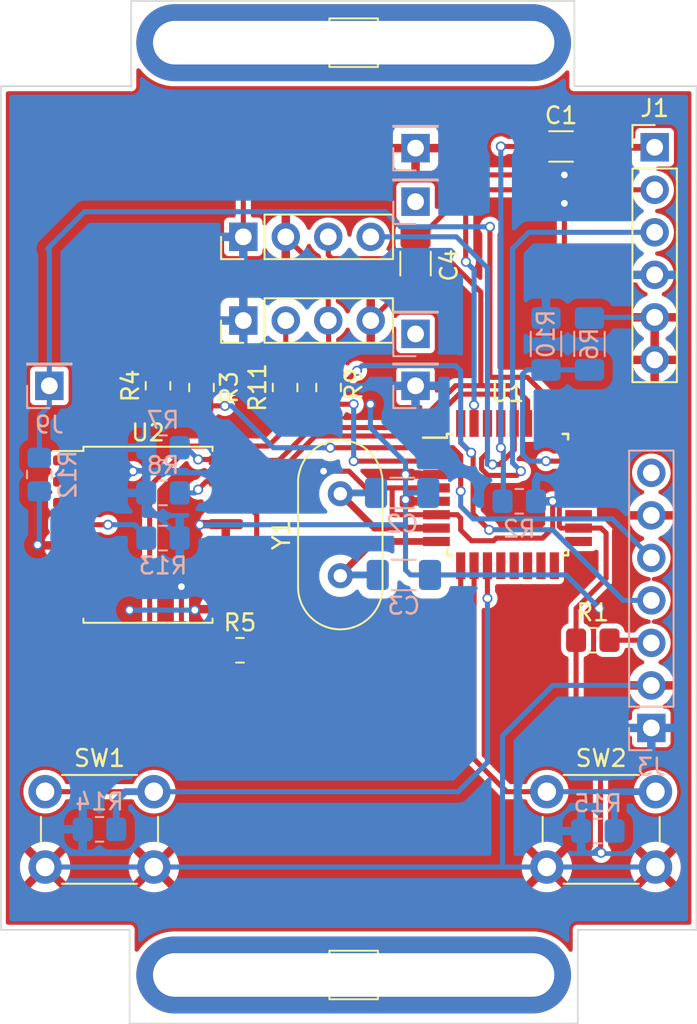
<source format=kicad_pcb>
(kicad_pcb (version 20211014) (generator pcbnew)
  (layers (0 "F.Cu" signal) (31 "B.Cu" signal) (34 "B.Paste" user) (35 "F.Paste" user) (36 "B.SilkS" user "B.Silkscreen") (37 "F.SilkS" user "F.Silkscreen") (38 "B.Mask" user) (39 "F.Mask" user) (44 "Edge.Cuts" user))
  (net 0 "")
  (net 1 "osc1")
  (net 2 "GND")
  (net 3 "osc2")
  (net 4 "+5V")
  (net 14 "chrg")
  (net 16 "DTR")
  (net 17 "Net-(C1-Pad2)")
  (net 20 "s2_rx")
  (net 21 "s2_tx")
  (net 22 "FTDI_RX")
  (net 23 "s1_tx")
  (net 24 "s1_rx")
  (net 25 "FTDI_TX")
  (net 26 "scl")
  (net 27 "sda")
  (net 28 "Net-(J3-Pad3)")
  (net 31 "Net-(R5-Pad2)")
  (net 32 "v_bat")
  (net 33 "Net-(R9-Pad1)")
  (net 34 "Net-(R11-Pad1)")
  (net 35 "Net-(R13-Pad1)")
  (net 36 "sw_up")
  (net 37 "sw_dw")
  (footprint "Package_QFP:TQFP-32_7x7mm_P0.8mm" (layer "F.Cu") (at 214.8 51.7)
    (fp_text reference "U1")
    (fp_text value "ATmega328P-A")
  )
  (footprint "TestPoint:TestPoint_THTPad_2.5x2.5mm_Drill1.2mm" (layer "F.Cu") (at 205.6 80.4)
    (fp_text reference "REF**" hide)
    (fp_text value "TestPoint_THTPad_2.5x2.5mm_Drill1.2mm" hide)
  )
  (footprint "Resistor_SMD:R_0805_2012Metric_Pad1.20x1.40mm_HandSolder" (layer "F.Cu") (at 219.9 60.4)
    (fp_text reference "R1")
    (fp_text value "0")
  )
  (footprint "Resistor_SMD:R_0805_2012Metric_Pad1.20x1.40mm_HandSolder" (layer "F.Cu") (at 201.5 45.3 90)
    (fp_text reference "R11")
    (fp_text value "0")
  )
  (footprint "Resistor_SMD:R_0805_2012Metric_Pad1.20x1.40mm_HandSolder" (layer "F.Cu") (at 204.1 45.3 90)
    (fp_text reference "R9")
    (fp_text value "0")
  )
  (footprint "Crystal:Crystal_HC18-U_Vertical" (layer "F.Cu") (at 204.8 56.55 90)
    (fp_text reference "Y1")
    (fp_text value "Crystal")
  )
  (footprint "Button_Switch_THT:SW_PUSH_6mm_H4.3mm" (layer "F.Cu") (at 217.15 69.45)
    (fp_text reference "SW2")
    (fp_text value "SW_DW")
  )
  (footprint "Package_SO:SOIC-16W_7.5x10.3mm_P1.27mm" (layer "F.Cu") (at 193.3 54.1)
    (fp_text reference "U2")
    (fp_text value "DS3231M")
  )
  (footprint "Connector_PinHeader_2.54mm:PinHeader_1x04_P2.54mm_Vertical" (layer "F.Cu") (at 199 36.3 90)
    (fp_text reference "J4" hide)
    (fp_text value "OLED" hide)
  )
  (footprint "Capacitor_SMD:C_1206_3216Metric_Pad1.33x1.80mm_HandSolder" (layer "F.Cu") (at 209.3 37.9 90)
    (fp_text reference "C4")
    (fp_text value "100nF")
  )
  (footprint "Capacitor_SMD:C_1206_3216Metric_Pad1.33x1.80mm_HandSolder" (layer "F.Cu") (at 218 30.9)
    (fp_text reference "C1")
    (fp_text value "100nF")
  )
  (footprint "Resistor_SMD:R_0805_2012Metric_Pad1.20x1.40mm_HandSolder" (layer "F.Cu") (at 196.5 45.3 -90)
    (fp_text reference "R3")
    (fp_text value "0")
  )
  (footprint "Resistor_SMD:R_0805_2012Metric_Pad1.20x1.40mm_HandSolder" (layer "F.Cu") (at 193.9 45.2 90)
    (fp_text reference "R4")
    (fp_text value "0")
  )
  (footprint "Button_Switch_THT:SW_PUSH_6mm_H4.3mm" (layer "F.Cu") (at 187.15 69.45)
    (fp_text reference "SW1")
    (fp_text value "SW_UP")
  )
  (footprint "Resistor_SMD:R_0805_2012Metric_Pad1.20x1.40mm_HandSolder" (layer "F.Cu") (at 198.8 61)
    (fp_text reference "R5")
    (fp_text value "0")
  )
  (footprint "Connector_PinHeader_2.54mm:PinHeader_1x06_P2.54mm_Vertical" (layer "F.Cu") (at 223.6 30.95)
    (fp_text reference "J1")
    (fp_text value "FTDI Programmer")
  )
  (footprint "TestPoint:TestPoint_THTPad_2.5x2.5mm_Drill1.2mm" (layer "F.Cu") (at 205.6 24.7)
    (fp_text reference "REF**" hide)
    (fp_text value "TestPoint_THTPad_2.5x2.5mm_Drill1.2mm" hide)
  )
  (footprint "Connector_PinHeader_2.54mm:PinHeader_1x04_P2.54mm_Vertical" (layer "F.Cu") (at 199 41.3 90)
    (fp_text reference "J2" hide)
    (fp_text value "GPS" hide)
  )
  (footprint "Connector_PinHeader_2.54mm:PinHeader_1x01_P2.54mm_Vertical" (layer "B.Cu") (at 209.3 42.1)
    (fp_text reference "J6" hide)
    (fp_text value "B+")
  )
  (footprint "Resistor_SMD:R_0805_2012Metric_Pad1.20x1.40mm_HandSolder" (layer "B.Cu") (at 220.2 71.8 180)
    (fp_text reference "R15")
    (fp_text value "10K")
  )
  (footprint "Capacitor_SMD:C_1206_3216Metric_Pad1.33x1.80mm_HandSolder" (layer "B.Cu") (at 208.5 51.6)
    (fp_text reference "C2")
    (fp_text value "22pF")
  )
  (footprint "Resistor_SMD:R_0805_2012Metric_Pad1.20x1.40mm_HandSolder" (layer "B.Cu") (at 186.8 50.5 -90)
    (fp_text reference "R12")
    (fp_text value "1K")
  )
  (footprint "Capacitor_SMD:C_1206_3216Metric_Pad1.33x1.80mm_HandSolder" (layer "B.Cu") (at 208.6 56.5)
    (fp_text reference "C3")
    (fp_text value "22pF")
  )
  (footprint "Resistor_SMD:R_1206_3216Metric_Pad1.30x1.75mm_HandSolder" (layer "B.Cu") (at 219.7 42.7 -90)
    (fp_text reference "R10")
    (fp_text value "100R")
  )
  (footprint "Resistor_SMD:R_0805_2012Metric_Pad1.20x1.40mm_HandSolder" (layer "B.Cu") (at 190.4 71.7 180)
    (fp_text reference "R14")
    (fp_text value "10K")
  )
  (footprint "Resistor_SMD:R_0805_2012Metric_Pad1.20x1.40mm_HandSolder" (layer "B.Cu") (at 194.2 48.9 180)
    (fp_text reference "R7")
    (fp_text value "10K")
  )
  (footprint "Connector_PinHeader_2.54mm:PinHeader_1x07_P2.54mm_Vertical" (layer "B.Cu") (at 223.4 65.64)
    (fp_text reference "J3")
    (fp_text value "GSM")
  )
  (footprint "Connector_PinHeader_2.54mm:PinHeader_1x01_P2.54mm_Vertical" (layer "B.Cu") (at 209.3 34.2)
    (fp_text reference "J7" hide)
    (fp_text value "B-")
  )
  (footprint "Connector_PinHeader_2.54mm:PinHeader_1x01_P2.54mm_Vertical" (layer "B.Cu") (at 209.3 45.2)
    (fp_text reference "J5" hide)
    (fp_text value "OUT+")
  )
  (footprint "Resistor_SMD:R_0805_2012Metric_Pad1.20x1.40mm_HandSolder" (layer "B.Cu") (at 194.2 51.6 180)
    (fp_text reference "R8")
    (fp_text value "10K")
  )
  (footprint "Connector_PinHeader_2.54mm:PinHeader_1x01_P2.54mm_Vertical" (layer "B.Cu") (at 187.4 45.2)
    (fp_text reference "J9")
    (fp_text value "chrg")
  )
  (footprint "Connector_PinHeader_2.54mm:PinHeader_1x01_P2.54mm_Vertical" (layer "B.Cu") (at 209.3 31)
    (fp_text reference "J8" hide)
    (fp_text value "OUT-")
  )
  (footprint "Resistor_SMD:R_0805_2012Metric_Pad1.20x1.40mm_HandSolder" (layer "B.Cu") (at 194.2 54.3)
    (fp_text reference "R13")
    (fp_text value "10K")
  )
  (footprint "Resistor_SMD:R_0805_2012Metric_Pad1.20x1.40mm_HandSolder" (layer "B.Cu") (at 215.5 52.1)
    (fp_text reference "R2")
    (fp_text value "10K")
  )
  (footprint "Resistor_SMD:R_1206_3216Metric_Pad1.30x1.75mm_HandSolder" (layer "B.Cu") (at 217.1 42.7 90)
    (fp_text reference "R6")
    (fp_text value "330R")
  )
  (gr_line (start 219 83.3) (end 192.2 83.3) (layer "Edge.Cuts") (width 0.1))
  (gr_line (start 184.5 27.3) (end 192.3 27.3) (layer "Edge.Cuts") (width 0.1))
  (gr_line (start 219 77.7) (end 219 83.3) (layer "Edge.Cuts") (width 0.1))
  (gr_line (start 192.2 77.7) (end 184.5 77.7) (layer "Edge.Cuts") (width 0.1))
  (gr_line (start 192.2 83.3) (end 192.2 77.7) (layer "Edge.Cuts") (width 0.1))
  (gr_line (start 192.3 27.3) (end 192.3 22.2) (layer "Edge.Cuts") (width 0.1))
  (gr_line (start 192.3 22.2) (end 218.8 22.2) (layer "Edge.Cuts") (width 0.1))
  (gr_line (start 218.8 22.2) (end 218.8 27.3) (layer "Edge.Cuts") (width 0.1))
  (gr_line (start 226.1 77.7) (end 219 77.7) (layer "Edge.Cuts") (width 0.1))
  (gr_line (start 218.8 27.3) (end 226.1 27.3) (layer "Edge.Cuts") (width 0.1))
  (gr_line (start 184.5 77.7) (end 184.5 27.3) (layer "Edge.Cuts") (width 0.1))
  (gr_line (start 226.1 27.3) (end 226.1 77.7) (layer "Edge.Cuts") (width 0.1))
  (segment (start 206.85 53.7) (end 210.55 53.7) (width 0.4064) (layer "F.Cu") (net 1))
  (segment (start 204.8 51.65) (end 206.85 53.7) (width 0.4064) (layer "F.Cu") (net 1))
  (segment (start 204.85 51.6) (end 204.8 51.65) (width 0.4064) (layer "B.Cu") (net 1))
  (segment (start 206.9375 51.6) (end 204.85 51.6) (width 0.4064) (layer "B.Cu") (net 1))
  (segment (start 221.3 63.1) (end 223.4 63.1) (width 0.3048) (layer "F.Cu") (net 2))
  (segment (start 188.705 58.6) (end 188.65 58.545) (width 0.3048) (layer "F.Cu") (net 2))
  (segment (start 197.95 53.465) (end 197.95 54.735) (width 0.3048) (layer "F.Cu") (net 2))
  (segment (start 208.8 52.1) (end 208.7 52) (width 0.3048) (layer "F.Cu") (net 2))
  (segment (start 188.65 56.005) (end 188.65 54.735) (width 0.3048) (layer "F.Cu") (net 2))
  (segment (start 201.54 31.56) (end 201.54 36.3) (width 0.3048) (layer "F.Cu") (net 2))
  (segment (start 210.55 52.1) (end 208.8 52.1) (width 0.3048) (layer "F.Cu") (net 2))
  (segment (start 220.3 58.5) (end 220.724039 58.924039) (width 0.3048) (layer "F.Cu") (net 2))
  (segment (start 223.6 43.65) (end 223.6 46.4) (width 0.3048) (layer "F.Cu") (net 2))
  (segment (start 222.14 52.94) (end 221.2 53.88) (width 0.3048) (layer "F.Cu") (net 2))
  (segment (start 197.95 56.005) (end 197.95 57.275) (width 0.3048) (layer "F.Cu") (net 2))
  (segment (start 196.1 58.6) (end 197.895 58.6) (width 0.3048) (layer "F.Cu") (net 2))
  (segment (start 208.4575 39.4625) (end 206.62 41.3) (width 0.3048) (layer "F.Cu") (net 2))
  (segment (start 221.2 58.448078) (end 220.724039 58.924039) (width 0.3048) (layer "F.Cu") (net 2))
  (segment (start 210.55 50.5) (end 208.7 50.5) (width 0.3048) (layer "F.Cu") (net 2))
  (segment (start 219.05 51.3) (end 220.5 51.3) (width 0.3048) (layer "F.Cu") (net 2))
  (segment (start 201.54 36.3) (end 203.94 38.7) (width 0.3048) (layer "F.Cu") (net 2))
  (segment (start 220.5 49.5) (end 220.5 51.3) (width 0.3048) (layer "F.Cu") (net 2))
  (segment (start 220.724039 58.924039) (end 219.9476 59.700478) (width 0.3048) (layer "F.Cu") (net 2))
  (segment (start 202.1 31) (end 201.54 31.56) (width 0.3048) (layer "F.Cu") (net 2))
  (segment (start 197.95 57.275) (end 197.95 58.545) (width 0.3048) (layer "F.Cu") (net 2))
  (segment (start 197.95 54.735) (end 197.95 56.005) (width 0.3048) (layer "F.Cu") (net 2))
  (segment (start 223.6 46.4) (end 220.5 49.5) (width 0.3048) (layer "F.Cu") (net 2))
  (segment (start 197.895 58.6) (end 197.95 58.545) (width 0.3048) (layer "F.Cu") (net 2))
  (segment (start 196.435 53.465) (end 196.4 53.5) (width 0.3048) (layer "F.Cu") (net 2))
  (segment (start 219.9476 59.700478) (end 219.9476 61.7476) (width 0.3048) (layer "F.Cu") (net 2))
  (segment (start 206.62 46.28) (end 206.6 46.3) (width 0.3048) (layer "F.Cu") (net 2))
  (segment (start 222.14 52.94) (end 223.4 52.94) (width 0.3048) (layer "F.Cu") (net 2))
  (segment (start 219.9476 61.7476) (end 221.3 63.1) (width 0.3048) (layer "F.Cu") (net 2))
  (segment (start 206.62 41.3) (end 206.62 46.28) (width 0.3048) (layer "F.Cu") (net 2))
  (segment (start 209.3 31) (end 202.1 31) (width 0.3048) (layer "F.Cu") (net 2))
  (segment (start 221.2 53.88) (end 221.2 58.448078) (width 0.3048) (layer "F.Cu") (net 2))
  (segment (start 209.3 39.4625) (end 208.4575 39.4625) (width 0.3048) (layer "F.Cu") (net 2))
  (segment (start 197.95 53.465) (end 196.435 53.465) (width 0.3048) (layer "F.Cu") (net 2))
  (segment (start 186.7 54.7) (end 188.615 54.7) (width 0.3048) (layer "F.Cu") (net 2))
  (segment (start 220.5 51.3) (end 222.14 52.94) (width 0.3048) (layer "F.Cu") (net 2))
  (segment (start 188.615 54.7) (end 188.65 54.735) (width 0.3048) (layer "F.Cu") (net 2))
  (segment (start 192.2 58.6) (end 188.705 58.6) (width 0.3048) (layer "F.Cu") (net 2))
  (segment (start 188.65 57.275) (end 188.65 58.545) (width 0.3048) (layer "F.Cu") (net 2))
  (segment (start 208.5375 38.7) (end 209.3 39.4625) (width 0.3048) (layer "F.Cu") (net 2))
  (segment (start 188.65 56.005) (end 188.65 57.275) (width 0.3048) (layer "F.Cu") (net 2))
  (segment (start 203.94 38.7) (end 208.5375 38.7) (width 0.3048) (layer "F.Cu") (net 2))
  (segment (start 223.6 41.11) (end 223.6 43.65) (width 0.3048) (layer "F.Cu") (net 2))
  (via (at 206.6 46.3) (size 0.6) (drill 0.4) (layers "F.Cu" "B.Cu") (net 2))
  (via (at 186.7 54.7) (size 0.6) (drill 0.4) (layers "F.Cu" "B.Cu") (net 2))
  (via (at 220.3 58.5) (size 0.6) (drill 0.4) (layers "F.Cu" "B.Cu") (net 2))
  (via (at 208.7 50.5) (size 0.6) (drill 0.4) (layers "F.Cu" "B.Cu") (net 2))
  (via (at 208.7 52) (size 0.6) (drill 0.4) (layers "F.Cu" "B.Cu") (net 2))
  (via (at 196.4 53.5) (size 0.6) (drill 0.4) (layers "F.Cu" "B.Cu") (net 2))
  (via (at 196.1 58.6) (size 0.6) (drill 0.4) (layers "F.Cu" "B.Cu") (net 2))
  (via (at 192.2 58.6) (size 0.6) (drill 0.4) (layers "F.Cu" "B.Cu") (net 2))
  (segment (start 218.3 56.5) (end 220.3 58.5) (width 0.3048) (layer "B.Cu") (net 2))
  (segment (start 208.7 51.5) (end 208.7 52) (width 0.3048) (layer "B.Cu") (net 2))
  (segment (start 214.5 73.9) (end 214.55 73.95) (width 0.3048) (layer "B.Cu") (net 2))
  (segment (start 208.7 50.5) (end 208.7 51.5) (width 0.3048) (layer "B.Cu") (net 2))
  (segment (start 214.5 66.1) (end 214.5 73.9) (width 0.3048) (layer "B.Cu") (net 2))
  (segment (start 219.7 41.15) (end 219.74 41.11) (width 0.3048) (layer "B.Cu") (net 2))
  (segment (start 208.8 51.6) (end 208.7 51.5) (width 0.3048) (layer "B.Cu") (net 2))
  (segment (start 208.7 49.8) (end 208.7 50.5) (width 0.3048) (layer "B.Cu") (net 2))
  (segment (start 208.7 53.4) (end 208.7 52) (width 0.3048) (layer "B.Cu") (net 2))
  (segment (start 208.6 53.5) (end 208.7 53.4) (width 0.3048) (layer "B.Cu") (net 2))
  (segment (start 210.1625 56.5) (end 209 56.5) (width 0.3048) (layer "B.Cu") (net 2))
  (segment (start 217.15 73.95) (end 223.65 73.95) (width 0.3048) (layer "B.Cu") (net 2))
  (segment (start 186.8 54.6) (end 186.7 54.7) (width 0.3048) (layer "B.Cu") (net 2))
  (segment (start 196.1 58.6) (end 192.2 58.6) (width 0.3048) (layer "B.Cu") (net 2))
  (segment (start 206.6 46.3) (end 206.6 47.7) (width 0.3048) (layer "B.Cu") (net 2))
  (segment (start 210.1625 56.5) (end 218.3 56.5) (width 0.3048) (layer "B.Cu") (net 2))
  (segment (start 209 56.5) (end 208.7 56.2) (width 0.3048) (layer "B.Cu") (net 2))
  (segment (start 214.55 73.95) (end 217.15 73.95) (width 0.3048) (layer "B.Cu") (net 2))
  (segment (start 206.6 47.7) (end 208.7 49.8) (width 0.3048) (layer "B.Cu") (net 2))
  (segment (start 193.65 73.95) (end 214.55 73.95) (width 0.3048) (layer "B.Cu") (net 2))
  (segment (start 208.7 56.2) (end 208.7 53.4) (width 0.3048) (layer "B.Cu") (net 2))
  (segment (start 219.74 41.11) (end 223.6 41.11) (width 0.3048) (layer "B.Cu") (net 2))
  (segment (start 217.5 63.1) (end 214.5 66.1) (width 0.3048) (layer "B.Cu") (net 2))
  (segment (start 210.0625 51.6) (end 208.8 51.6) (width 0.3048) (layer "B.Cu") (net 2))
  (segment (start 187.15 73.95) (end 193.65 73.95) (width 0.3048) (layer "B.Cu") (net 2))
  (segment (start 196.4 53.5) (end 208.6 53.5) (width 0.3048) (layer "B.Cu") (net 2))
  (segment (start 186.8 51.5) (end 186.8 54.6) (width 0.3048) (layer "B.Cu") (net 2))
  (segment (start 223.4 63.1) (end 217.5 63.1) (width 0.3048) (layer "B.Cu") (net 2))
  (segment (start 204.8 56.55) (end 204.8 56.5) (width 0.4064) (layer "F.Cu") (net 3))
  (segment (start 206.8 54.5) (end 210.55 54.5) (width 0.4064) (layer "F.Cu") (net 3))
  (segment (start 204.8 56.5) (end 206.8 54.5) (width 0.4064) (layer "F.Cu") (net 3))
  (segment (start 207.0375 56.5) (end 204.85 56.5) (width 0.4064) (layer "B.Cu") (net 3))
  (segment (start 204.85 56.5) (end 204.8 56.55) (width 0.4064) (layer "B.Cu") (net 3))
  (segment (start 220.6952 56.7048) (end 220.6952 54) (width 0.3048) (layer "F.Cu") (net 4))
  (segment (start 217.5 53.7) (end 217.5 52.1) (width 0.3048) (layer "F.Cu") (net 4))
  (segment (start 220.6952 54) (end 220.3952 53.7) (width 0.3048) (layer "F.Cu") (net 4))
  (segment (start 212 32.6) (end 218.2 32.6) (width 0.3048) (layer "F.Cu") (net 4))
  (segment (start 188.65 50.925) (end 190.975 50.925) (width 0.3048) (layer "F.Cu") (net 4))
  (segment (start 217.5 52.1) (end 218 52.1) (width 0.3048) (layer "F.Cu") (net 4))
  (segment (start 199 30.8) (end 200.8 29) (width 0.3048) (layer "F.Cu") (net 4))
  (segment (start 211.8 52.9) (end 212 53.1) (width 0.3048) (layer "F.Cu") (net 4))
  (segment (start 218 52.1) (end 219.05 52.1) (width 0.3048) (layer "F.Cu") (net 4))
  (segment (start 211.3 34.6048) (end 211.3 33.3) (width 0.3048) (layer "F.Cu") (net 4))
  (segment (start 218.9 60.4) (end 218.9 64.6) (width 0.3048) (layer "F.Cu") (net 4))
  (segment (start 191.6 50.3) (end 192.4 50.3) (width 0.3048) (layer "F.Cu") (net 4))
  (segment (start 209.3 36.3375) (end 209.5673 36.3375) (width 0.3048) (layer "F.Cu") (net 4))
  (segment (start 218.2 38.2) (end 218.57 38.57) (width 0.3048) (layer "F.Cu") (net 4))
  (segment (start 206.322401 51.3) (end 208 51.3) (width 0.3048) (layer "F.Cu") (net 4))
  (segment (start 218 52.1) (end 217.8976 52.2024) (width 0.3048) (layer "F.Cu") (net 4))
  (segment (start 218 53.7) (end 219.05 53.7) (width 0.3048) (layer "F.Cu") (net 4))
  (segment (start 200.8 29) (end 216.8 29) (width 0.3048) (layer "F.Cu") (net 4))
  (segment (start 212 53.813896) (end 212.642804 54.4567) (width 0.3048) (layer "F.Cu") (net 4))
  (segment (start 218.9 60.4) (end 218.9 58.5) (width 0.3048) (layer "F.Cu") (net 4))
  (segment (start 218.9 64.6) (end 219.94 65.64) (width 0.3048) (layer "F.Cu") (net 4))
  (segment (start 212.642804 54.4567) (end 213.970233 54.4567) (width 0.3048) (layer "F.Cu") (net 4))
  (segment (start 209.5673 36.3375) (end 211.3 34.6048) (width 0.3048) (layer "F.Cu") (net 4))
  (segment (start 217.8976 52.2024) (end 217.8976 53.5976) (width 0.3048) (layer "F.Cu") (net 4))
  (segment (start 210.55 51.3) (end 208 51.3) (width 0.3048) (layer "F.Cu") (net 4))
  (segment (start 220.3952 53.7) (end 219.05 53.7) (width 0.3048) (layer "F.Cu") (net 4))
  (segment (start 219.94 65.64) (end 220.36 65.64) (width 0.3048) (layer "F.Cu") (net 4))
  (segment (start 195.9 61) (end 195.3 60.4) (width 0.3048) (layer "F.Cu") (net 4))
  (segment (start 220.36 65.64) (end 223.4 65.64) (width 0.3048) (layer "F.Cu") (net 4))
  (segment (start 216.9 54.3) (end 217.5 53.7) (width 0.3048) (layer "F.Cu") (net 4))
  (segment (start 205.322401 50.3) (end 206.322401 51.3) (width 0.3048) (layer "F.Cu") (net 4))
  (segment (start 208 51.3) (end 207.9 51.4) (width 0.3048) (layer "F.Cu") (net 4))
  (segment (start 218.9 58.5) (end 220.6952 56.7048) (width 0.3048) (layer "F.Cu") (net 4))
  (segment (start 197.8 61) (end 195.9 61) (width 0.3048) (layer "F.Cu") (net 4))
  (segment (start 191.5 50.4) (end 191.6 50.3) (width 0.3048) (layer "F.Cu") (net 4))
  (segment (start 207.9 51.4) (end 207.9 52.8) (width 0.3048) (layer "F.Cu") (net 4))
  (segment (start 212 53.1) (end 212 53.813896) (width 0.3048) (layer "F.Cu") (net 4))
  (segment (start 218.2 34.3) (end 218.2 38.2) (width 0.3048) (layer "F.Cu") (net 4))
  (segment (start 210.55 52.9) (end 211.8 52.9) (width 0.3048) (layer "F.Cu") (net 4))
  (segment (start 220.36 73.06) (end 220.4 73.1) (width 0.3048) (layer "F.Cu") (net 4))
  (segment (start 195.3 60.4) (end 195.3 57.2) (width 0.3048) (layer "F.Cu") (net 4))
  (segment (start 214.126933 54.3) (end 216.9 54.3) (width 0.3048) (layer "F.Cu") (net 4))
  (segment (start 216.8 29) (end 218.2 30.4) (width 0.3048) (layer "F.Cu") (net 4))
  (segment (start 213.970233 54.4567) (end 214.126933 54.3) (width 0.3048) (layer "F.Cu") (net 4))
  (segment (start 190.975 50.925) (end 191.5 50.4) (width 0.3048) (layer "F.Cu") (net 4))
  (segment (start 199 36.3) (end 199 30.8) (width 0.3048) (layer "F.Cu") (net 4))
  (segment (start 207.9 52.8) (end 208 52.9) (width 0.3048) (layer "F.Cu") (net 4))
  (segment (start 218.57 38.57) (end 223.6 38.57) (width 0.3048) (layer "F.Cu") (net 4))
  (segment (start 203.8 50.3) (end 205.322401 50.3) (width 0.3048) (layer "F.Cu") (net 4))
  (segment (start 208 52.9) (end 210.55 52.9) (width 0.3048) (layer "F.Cu") (net 4))
  (segment (start 211.3 33.3) (end 212 32.6) (width 0.3048) (layer "F.Cu") (net 4))
  (segment (start 218.2 30.4) (end 218.2 32.6) (width 0.3048) (layer "F.Cu") (net 4))
  (segment (start 217.8976 53.5976) (end 218 53.7) (width 0.3048) (layer "F.Cu") (net 4))
  (segment (start 220.36 65.64) (end 220.36 73.06) (width 0.3048) (layer "F.Cu") (net 4))
  (via (at 218.2 34.3) (size 0.6) (drill 0.4) (layers "F.Cu" "B.Cu") (net 4))
  (via (at 220.4 73.1) (size 0.6) (drill 0.4) (layers "F.Cu" "B.Cu") (net 4))
  (via (at 217.5 52.1) (size 0.6) (drill 0.4) (layers "F.Cu" "B.Cu") (net 4))
  (via (at 192.4 50.3) (size 0.6) (drill 0.4) (layers "F.Cu" "B.Cu") (net 4))
  (via (at 195.3 57.2) (size 0.6) (drill 0.4) (layers "F.Cu" "B.Cu") (net 4))
  (via (at 218.2 32.6) (size 0.6) (drill 0.4) (layers "F.Cu" "B.Cu") (net 4))
  (via (at 203.8 50.3) (size 0.6) (drill 0.4) (layers "F.Cu" "B.Cu") (net 4))
  (segment (start 193.2 48.9) (end 193.2 50.4) (width 0.3048) (layer "B.Cu") (net 4))
  (segment (start 203.7 50.4) (end 203.8 50.3) (width 0.3048) (layer "B.Cu") (net 4))
  (segment (start 194.6 41.3) (end 193.2 42.7) (width 0.3048) (layer "B.Cu") (net 4))
  (segment (start 218.2 32.6) (end 218.2 34.3) (width 0.3048) (layer "B.Cu") (net 4))
  (segment (start 192.4 50.3) (end 193.1 50.3) (width 0.3048) (layer "B.Cu") (net 4))
  (segment (start 193.2 50.4) (end 193.2 51.6) (width 0.3048) (layer "B.Cu") (net 4))
  (segment (start 217.1 41.15) (end 217.2 41.05) (width 0.3048) (layer "B.Cu") (net 4))
  (segment (start 219.5 73.1) (end 219.2 72.8) (width 0.3048) (layer "B.Cu") (net 4))
  (segment (start 217.2 39.4) (end 218.03 38.57) (width 0.3048) (layer "B.Cu") (net 4))
  (segment (start 195.3 54.4) (end 195.2 54.3) (width 0.3048) (layer "B.Cu") (net 4))
  (segment (start 195.3 57.2) (end 195.3 55.9) (width 0.3048) (layer "B.Cu") (net 4))
  (segment (start 195.2 54.3) (end 193.2 52.3) (width 0.3048) (layer "B.Cu") (net 4))
  (segment (start 189.4 71.7) (end 189.4 59.4) (width 0.3048) (layer "B.Cu") (net 4))
  (segment (start 218.03 38.57) (end 223.6 38.57) (width 0.3048) (layer "B.Cu") (net 4))
  (segment (start 199 43.7) (end 199 41.3) (width 0.3048) (layer "B.Cu") (net 4))
  (segment (start 195.3 55.9) (end 195.3 54.4) (width 0.3048) (layer "B.Cu") (net 4))
  (segment (start 200.5 45.2) (end 199 43.7) (width 0.3048) (layer "B.Cu") (net 4))
  (segment (start 199 41.3) (end 194.6 41.3) (width 0.3048) (layer "B.Cu") (net 4))
  (segment (start 189.4 59.4) (end 192.9 55.9) (width 0.3048) (layer "B.Cu") (net 4))
  (segment (start 193.2 50.4) (end 203.7 50.4) (width 0.3048) (layer "B.Cu") (net 4))
  (segment (start 192.9 55.9) (end 195.3 55.9) (width 0.3048) (layer "B.Cu") (net 4))
  (segment (start 220.4 73.1) (end 219.5 73.1) (width 0.3048) (layer "B.Cu") (net 4))
  (segment (start 219.2 72.8) (end 219.2 71.8) (width 0.3048) (layer "B.Cu") (net 4))
  (segment (start 199 41.3) (end 199 36.3) (width 0.3048) (layer "B.Cu") (net 4))
  (segment (start 216.5 52.1) (end 217.5 52.1) (width 0.3048) (layer "B.Cu") (net 4))
  (segment (start 193.2 42.7) (end 193.2 48.9) (width 0.3048) (layer "B.Cu") (net 4))
  (segment (start 193.2 52.3) (end 193.2 51.6) (width 0.3048) (layer "B.Cu") (net 4))
  (segment (start 193.1 50.3) (end 193.2 50.4) (width 0.3048) (layer "B.Cu") (net 4))
  (segment (start 209.3 45.2) (end 200.5 45.2) (width 0.3048) (layer "B.Cu") (net 4))
  (segment (start 217.2 41.05) (end 217.2 39.4) (width 0.3048) (layer "B.Cu") (net 4))
  (segment (start 217.6 47.45) (end 217.6 46.3) (width 0.3048) (layer "F.Cu") (net 14))
  (segment (start 213.7481 44.6904) (end 213.7481 35.7) (width 0.3048) (layer "F.Cu") (net 14))
  (segment (start 217.6 46.3) (end 215.9904 44.6904) (width 0.3048) (layer "F.Cu") (net 14))
  (segment (start 215.9904 44.6904) (end 213.7481 44.6904) (width 0.3048) (layer "F.Cu") (net 14))
  (via (at 213.7481 35.7) (size 0.6) (drill 0.4) (layers "F.Cu" "B.Cu") (net 14))
  (segment (start 187.4 37.1) (end 187.4 45.2) (width 0.3048) (layer "B.Cu") (net 14))
  (segment (start 208.4 35.7) (end 207.5 34.8) (width 0.3048) (layer "B.Cu") (net 14))
  (segment (start 187.3 37) (end 187.4 37.1) (width 0.3048) (layer "B.Cu") (net 14))
  (segment (start 186.8 47) (end 187.4 46.4) (width 0.3048) (layer "B.Cu") (net 14))
  (segment (start 187.4 46.4) (end 187.4 45.2) (width 0.3048) (layer "B.Cu") (net 14))
  (segment (start 213.7481 35.7) (end 208.4 35.7) (width 0.3048) (layer "B.Cu") (net 14))
  (segment (start 189.5 34.8) (end 187.3 37) (width 0.3048) (layer "B.Cu") (net 14))
  (segment (start 186.8 49.5) (end 186.8 47) (width 0.3048) (layer "B.Cu") (net 14))
  (segment (start 207.5 34.8) (end 189.5 34.8) (width 0.3048) (layer "B.Cu") (net 14))
  (segment (start 214.4 48.9) (end 214.4 47.45) (width 0.3048) (layer "F.Cu") (net 16))
  (segment (start 216.4375 30.9) (end 214.4 30.9) (width 0.3048) (layer "F.Cu") (net 16))
  (via (at 214.4 48.9) (size 0.6) (drill 0.4) (layers "F.Cu" "B.Cu") (net 16))
  (via (at 214.4 30.9) (size 0.6) (drill 0.4) (layers "F.Cu" "B.Cu") (net 16))
  (segment (start 214.5524 52.0476) (end 214.5 52.1) (width 0.3048) (layer "B.Cu") (net 16))
  (segment (start 214.5524 49.0524) (end 214.5524 52.0476) (width 0.3048) (layer "B.Cu") (net 16))
  (segment (start 214.4 30.9) (end 214.4 48.9) (width 0.3048) (layer "B.Cu") (net 16))
  (segment (start 214.4 48.9) (end 214.5524 49.0524) (width 0.3048) (layer "B.Cu") (net 16))
  (segment (start 223.6 30.95) (end 219.6125 30.95) (width 0.4064) (layer "F.Cu") (net 17))
  (segment (start 219.6125 30.95) (end 219.5625 30.9) (width 0.4064) (layer "F.Cu") (net 17))
  (segment (start 196.5 44.3) (end 196.5 43.4) (width 0.3048) (layer "F.Cu") (net 20))
  (segment (start 201.54 44.26) (end 201.5 44.3) (width 0.3048) (layer "F.Cu") (net 20))
  (segment (start 201.54 41.3) (end 201.54 43.06) (width 0.3048) (layer "F.Cu") (net 20))
  (segment (start 201.54 43.06) (end 201.54 44.26) (width 0.3048) (layer "F.Cu") (net 20))
  (segment (start 196.84 43.06) (end 201.54 43.06) (width 0.3048) (layer "F.Cu") (net 20))
  (segment (start 196.5 43.4) (end 196.84 43.06) (width 0.3048) (layer "F.Cu") (net 20))
  (segment (start 194.8 39.4) (end 203.5 39.4) (width 0.3048) (layer "F.Cu") (net 21))
  (segment (start 203.5 39.4) (end 204.08 39.98) (width 0.3048) (layer "F.Cu") (net 21))
  (segment (start 204.1 41.32) (end 204.08 41.3) (width 0.3048) (layer "F.Cu") (net 21))
  (segment (start 193.9 40.3) (end 194.8 39.4) (width 0.3048) (layer "F.Cu") (net 21))
  (segment (start 204.08 39.98) (end 204.08 41.3) (width 0.3048) (layer "F.Cu") (net 21))
  (segment (start 193.9 44.2) (end 193.9 40.3) (width 0.3048) (layer "F.Cu") (net 21))
  (segment (start 204.1 44.3) (end 204.1 41.32) (width 0.3048) (layer "F.Cu") (net 21))
  (segment (start 212.3 37.778074) (end 212.310963 37.789037) (width 0.3048) (layer "F.Cu") (net 22))
  (segment (start 212.3 33.9) (end 212.3 37.778074) (width 0.3048) (layer "F.Cu") (net 22))
  (segment (start 223.6 33.49) (end 212.71 33.49) (width 0.3048) (layer "F.Cu") (net 22))
  (segment (start 212.8 46.3519) (end 212.8 47.45) (width 0.3048) (layer "F.Cu") (net 22))
  (segment (start 212.71 33.49) (end 212.3 33.9) (width 0.3048) (layer "F.Cu") (net 22))
  (via (at 212.8 46.3519) (size 0.6) (drill 0.4) (layers "F.Cu" "B.Cu") (net 22))
  (via (at 212.310963 37.789037) (size 0.6) (drill 0.4) (layers "F.Cu" "B.Cu") (net 22))
  (segment (start 212.8 46.3519) (end 212.8 38.278074) (width 0.3048) (layer "B.Cu") (net 22))
  (segment (start 212.8 38.278074) (end 212.310963 37.789037) (width 0.3048) (layer "B.Cu") (net 22))
  (segment (start 204.7524 45.3476) (end 205.8 44.3) (width 0.3048) (layer "F.Cu") (net 23))
  (segment (start 194.7524 45.3476) (end 204.7524 45.3476) (width 0.3048) (layer "F.Cu") (net 23))
  (segment (start 213.7 53.8043) (end 212.7428 52.8471) (width 0.3048) (layer "F.Cu") (net 23))
  (segment (start 193.9 46.2) (end 194.7524 45.3476) (width 0.3048) (layer "F.Cu") (net 23))
  (segment (start 212.7428 49.343304) (end 212 48.600504) (width 0.3048) (layer "F.Cu") (net 23))
  (segment (start 212.7428 52.8471) (end 212.7428 49.343304) (width 0.3048) (layer "F.Cu") (net 23))
  (segment (start 212 48.600504) (end 212 47.45) (width 0.3048) (layer "F.Cu") (net 23))
  (via (at 205.8 44.3) (size 0.6) (drill 0.4) (layers "F.Cu" "B.Cu") (net 23))
  (via (at 213.7 53.8043) (size 0.6) (drill 0.4) (layers "F.Cu" "B.Cu") (net 23))
  (via (at 212.627206 49.192471) (size 0.6) (drill 0.4) (layers "F.Cu" "B.Cu") (net 23))
  (segment (start 221.72 58.02) (end 223.4 58.02) (width 0.3048) (layer "B.Cu") (net 23))
  (segment (start 212 44.3) (end 212 48.565265) (width 0.3048) (layer "B.Cu") (net 23))
  (segment (start 206.1024 43.9976) (end 211.6976 43.9976) (width 0.3048) (layer "B.Cu") (net 23))
  (segment (start 211.6976 43.9976) (end 212 44.3) (width 0.3048) (layer "B.Cu") (net 23))
  (segment (start 205.8 44.3) (end 206.1024 43.9976) (width 0.3048) (layer "B.Cu") (net 23))
  (segment (start 213.7 53.8043) (end 213.7043 53.8) (width 0.3048) (layer "B.Cu") (net 23))
  (segment (start 217.5 53.8) (end 221.72 58.02) (width 0.3048) (layer "B.Cu") (net 23))
  (segment (start 212 48.565265) (end 212.627206 49.192471) (width 0.3048) (layer "B.Cu") (net 23))
  (segment (start 213.7043 53.8) (end 217.5 53.8) (width 0.3048) (layer "B.Cu") (net 23))
  (segment (start 196.6 46.4) (end 196.5 46.3) (width 0.3048) (layer "F.Cu") (net 24))
  (segment (start 197.9 46.4) (end 196.6 46.4) (width 0.3048) (layer "F.Cu") (net 24))
  (segment (start 210.55 48.9) (end 204.2 48.9) (width 0.3048) (layer "F.Cu") (net 24))
  (segment (start 211.5298 48.9) (end 210.55 48.9) (width 0.3048) (layer "F.Cu") (net 24))
  (segment (start 212 51.5) (end 212 49.3702) (width 0.3048) (layer "F.Cu") (net 24))
  (segment (start 212 49.3702) (end 211.5298 48.9) (width 0.3048) (layer "F.Cu") (net 24))
  (via (at 212 51.5) (size 0.6) (drill 0.4) (layers "F.Cu" "B.Cu") (net 24))
  (via (at 197.9 46.4) (size 0.6) (drill 0.4) (layers "F.Cu" "B.Cu") (net 24))
  (via (at 204.2 48.9) (size 0.6) (drill 0.4) (layers "F.Cu" "B.Cu") (net 24))
  (segment (start 198.3 46.4) (end 197.9 46.4) (width 0.3048) (layer "B.Cu") (net 24))
  (segment (start 199.4 47.5) (end 198.3 46.4) (width 0.3048) (layer "B.Cu") (net 24))
  (segment (start 204.2 48.9) (end 200.8 48.9) (width 0.3048) (layer "B.Cu") (net 24))
  (segment (start 221.0724 53.1524) (end 223.4 55.48) (width 0.3048) (layer "B.Cu") (net 24))
  (segment (start 212 52.4) (end 212.7524 53.1524) (width 0.3048) (layer "B.Cu") (net 24))
  (segment (start 212.7524 53.1524) (end 221.0724 53.1524) (width 0.3048) (layer "B.Cu") (net 24))
  (segment (start 212 51.5) (end 212 52.4) (width 0.3048) (layer "B.Cu") (net 24))
  (segment (start 200.8 48.9) (end 199.4 47.5) (width 0.3048) (layer "B.Cu") (net 24))
  (segment (start 215.3476 50.5524) (end 213.629767 50.5524) (width 0.3048) (layer "F.Cu") (net 25))
  (segment (start 213.2476 49.5524) (end 213.6 49.2) (width 0.3048) (layer "F.Cu") (net 25))
  (segment (start 213.6 49.2) (end 213.6 47.45) (width 0.3048) (layer "F.Cu") (net 25))
  (segment (start 213.2476 50.170233) (end 213.2476 49.5524) (width 0.3048) (layer "F.Cu") (net 25))
  (segment (start 215.6 50.3) (end 215.3476 50.5524) (width 0.3048) (layer "F.Cu") (net 25))
  (segment (start 213.629767 50.5524) (end 213.2476 50.170233) (width 0.3048) (layer "F.Cu") (net 25))
  (via (at 215.6 50.3) (size 0.6) (drill 0.4) (layers "F.Cu" "B.Cu") (net 25))
  (segment (start 215.6 50.3) (end 215.1 49.8) (width 0.3048) (layer "B.Cu") (net 25))
  (segment (start 216.07 36.03) (end 223.6 36.03) (width 0.3048) (layer "B.Cu") (net 25))
  (segment (start 215.1 49.8) (end 215.1 37) (width 0.3048) (layer "B.Cu") (net 25))
  (segment (start 215.1 37) (end 216.07 36.03) (width 0.3048) (layer "B.Cu") (net 25))
  (segment (start 196.3 49.6) (end 197.895 49.6) (width 0.3048) (layer "F.Cu") (net 26))
  (segment (start 204.08 36.3) (end 204.08 37.38) (width 0.3048) (layer "F.Cu") (net 26))
  (segment (start 201.131104 49.655) (end 197.95 49.655) (width 0.3048) (layer "F.Cu") (net 26))
  (segment (start 211.2 37.6) (end 213.2048 39.6048) (width 0.3048) (layer "F.Cu") (net 26))
  (segment (start 216 46.086104) (end 215.109096 45.1952) (width 0.3048) (layer "F.Cu") (net 26))
  (segment (start 213.2048 45.1952) (end 211.690904 45.1952) (width 0.3048) (layer "F.Cu") (net 26))
  (segment (start 216 47.45) (end 216 46.086104) (width 0.3048) (layer "F.Cu") (net 26))
  (segment (start 213.2048 39.6048) (end 213.2048 45.1952) (width 0.3048) (layer "F.Cu") (net 26))
  (segment (start 211.690904 45.1952) (end 209.190904 47.6952) (width 0.3048) (layer "F.Cu") (net 26))
  (segment (start 197.895 49.6) (end 197.95 49.655) (width 0.3048) (layer "F.Cu") (net 26))
  (segment (start 215.109096 45.1952) (end 213.2048 45.1952) (width 0.3048) (layer "F.Cu") (net 26))
  (segment (start 204.08 37.38) (end 204.3 37.6) (width 0.3048) (layer "F.Cu") (net 26))
  (segment (start 204.3 37.6) (end 211.2 37.6) (width 0.3048) (layer "F.Cu") (net 26))
  (segment (start 203.090905 47.6952) (end 201.131104 49.655) (width 0.3048) (layer "F.Cu") (net 26))
  (segment (start 209.190904 47.6952) (end 203.090905 47.6952) (width 0.3048) (layer "F.Cu") (net 26))
  (via (at 196.3 49.6) (size 0.6) (drill 0.4) (layers "F.Cu" "B.Cu") (net 26))
  (segment (start 195.2 48.9) (end 195.6 48.9) (width 0.3048) (layer "B.Cu") (net 26))
  (segment (start 195.6 48.9) (end 196.3 49.6) (width 0.3048) (layer "B.Cu") (net 26))
  (segment (start 196.775 50.925) (end 197.95 50.925) (width 0.3048) (layer "F.Cu") (net 27))
  (segment (start 213.9 49.9) (end 214.322633 49.9) (width 0.3048) (layer "F.Cu") (net 27))
  (segment (start 214.322633 49.9) (end 215.2 49.022633) (width 0.3048) (layer "F.Cu") (net 27))
  (segment (start 215.2 49.022633) (end 215.2 47.45) (width 0.3048) (layer "F.Cu") (net 27))
  (segment (start 203.3 48.2) (end 209.4 48.2) (width 0.3048) (layer "F.Cu") (net 27))
  (segment (start 196.3 51.4) (end 196.775 50.925) (width 0.3048) (layer "F.Cu") (net 27))
  (segment (start 211.9 45.7) (end 214.9 45.7) (width 0.3048) (layer "F.Cu") (net 27))
  (segment (start 209.4 48.2) (end 211.9 45.7) (width 0.3048) (layer "F.Cu") (net 27))
  (segment (start 197.95 50.925) (end 200.575 50.925) (width 0.3048) (layer "F.Cu") (net 27))
  (segment (start 200.575 50.925) (end 203.3 48.2) (width 0.3048) (layer "F.Cu") (net 27))
  (segment (start 215.2 46) (end 215.2 47.45) (width 0.3048) (layer "F.Cu") (net 27))
  (segment (start 214.9 45.7) (end 215.2 46) (width 0.3048) (layer "F.Cu") (net 27))
  (via (at 213.9 49.9) (size 0.6) (drill 0.4) (layers "F.Cu" "B.Cu") (net 27))
  (via (at 196.3 51.4) (size 0.6) (drill 0.4) (layers "F.Cu" "B.Cu") (net 27))
  (segment (start 213.6 38.155441) (end 213.6 49.9) (width 0.3048) (layer "B.Cu") (net 27))
  (segment (start 213.6 49.9) (end 213.9 49.9) (width 0.3048) (layer "B.Cu") (net 27))
  (segment (start 196.3 51.4) (end 196.1 51.6) (width 0.3048) (layer "B.Cu") (net 27))
  (segment (start 211.744559 36.3) (end 213.6 38.155441) (width 0.3048) (layer "B.Cu") (net 27))
  (segment (start 196.1 51.6) (end 195.2 51.6) (width 0.3048) (layer "B.Cu") (net 27))
  (segment (start 206.62 36.3) (end 211.744559 36.3) (width 0.3048) (layer "B.Cu") (net 27))
  (segment (start 223.24 60.4) (end 223.4 60.56) (width 0.3048) (layer "F.Cu") (net 28))
  (segment (start 220.9 60.4) (end 223.24 60.4) (width 0.3048) (layer "F.Cu") (net 28))
  (segment (start 199.095 52.195) (end 199.8 52.9) (width 0.3048) (layer "F.Cu") (net 31))
  (segment (start 199.8 52.9) (end 199.8 61) (width 0.3048) (layer "F.Cu") (net 31))
  (segment (start 197.95 52.195) (end 199.095 52.195) (width 0.3048) (layer "F.Cu") (net 31))
  (segment (start 217.1 49.7) (end 219.05 49.7) (width 0.3048) (layer "F.Cu") (net 32))
  (via (at 217.1 49.7) (size 0.6) (drill 0.4) (layers "F.Cu" "B.Cu") (net 32))
  (segment (start 215.7 44.5) (end 215.7 44.6) (width 0.3048) (layer "B.Cu") (net 32))
  (segment (start 215.95 44.25) (end 215.7 44.5) (width 0.3048) (layer "B.Cu") (net 32))
  (segment (start 217.1 44.25) (end 219.7 44.25) (width 0.3048) (layer "B.Cu") (net 32))
  (segment (start 215.7 49.3) (end 216 49.6) (width 0.3048) (layer "B.Cu") (net 32))
  (segment (start 217.1 44.25) (end 215.95 44.25) (width 0.3048) (layer "B.Cu") (net 32))
  (segment (start 216.1 49.7) (end 217.1 49.7) (width 0.3048) (layer "B.Cu") (net 32))
  (segment (start 215.7 44.6) (end 215.7 49.3) (width 0.3048) (layer "B.Cu") (net 32))
  (segment (start 216 49.6) (end 216.1 49.7) (width 0.3048) (layer "B.Cu") (net 32))
  (segment (start 205.6 49.7) (end 210.55 49.7) (width 0.3048) (layer "F.Cu") (net 33))
  (segment (start 204.1 46.3) (end 205.6 46.3) (width 0.3048) (layer "F.Cu") (net 33))
  (via (at 205.6 49.7) (size 0.6) (drill 0.4) (layers "F.Cu" "B.Cu") (net 33))
  (via (at 205.6 46.3) (size 0.6) (drill 0.4) (layers "F.Cu" "B.Cu") (net 33))
  (segment (start 205.6 46.3) (end 205.6 49.7) (width 0.3048) (layer "B.Cu") (net 33))
  (segment (start 211.4 62.5) (end 212 61.9) (width 0.3048) (layer "F.Cu") (net 34))
  (segment (start 212 61.9) (end 212 55.95) (width 0.3048) (layer "F.Cu") (net 34))
  (segment (start 193.4 51.2) (end 193.4 62.3) (width 0.3048) (layer "F.Cu") (net 34))
  (segment (start 195.8 48.8) (end 193.4 51.2) (width 0.3048) (layer "F.Cu") (net 34))
  (segment (start 200.5 48.8) (end 195.8 48.8) (width 0.3048) (layer "F.Cu") (net 34))
  (segment (start 193.4 62.3) (end 193.6 62.5) (width 0.3048) (layer "F.Cu") (net 34))
  (segment (start 193.6 62.5) (end 211.4 62.5) (width 0.3048) (layer "F.Cu") (net 34))
  (segment (start 201.5 46.3) (end 201.5 47.8) (width 0.3048) (layer "F.Cu") (net 34))
  (segment (start 201.5 47.8) (end 200.5 48.8) (width 0.3048) (layer "F.Cu") (net 34))
  (segment (start 190.9 53.5) (end 188.685 53.5) (width 0.3048) (layer "F.Cu") (net 35))
  (segment (start 188.685 53.5) (end 188.65 53.465) (width 0.3048) (layer "F.Cu") (net 35))
  (via (at 190.9 53.5) (size 0.6) (drill 0.4) (layers "F.Cu" "B.Cu") (net 35))
  (segment (start 193.2 54.2) (end 192.5 53.5) (width 0.3048) (layer "B.Cu") (net 35))
  (segment (start 192.5 53.5) (end 190.9 53.5) (width 0.3048) (layer "B.Cu") (net 35))
  (segment (start 193.2 54.3) (end 193.2 54.2) (width 0.3048) (layer "B.Cu") (net 35))
  (segment (start 213.6 55.95) (end 213.6 57.9) (width 0.3048) (layer "F.Cu") (net 36))
  (segment (start 187.15 69.45) (end 193.65 69.45) (width 0.3048) (layer "F.Cu") (net 36))
  (via (at 213.6 57.9) (size 0.6) (drill 0.4) (layers "F.Cu" "B.Cu") (net 36))
  (segment (start 191.4 71.7) (end 191.4 70) (width 0.4064) (layer "B.Cu") (net 36))
  (segment (start 213.6 67.7) (end 211.85 69.45) (width 0.3048) (layer "B.Cu") (net 36))
  (segment (start 191.95 69.45) (end 193.65 69.45) (width 0.4064) (layer "B.Cu") (net 36))
  (segment (start 191.4 70) (end 191.95 69.45) (width 0.4064) (layer "B.Cu") (net 36))
  (segment (start 211.85 69.45) (end 193.65 69.45) (width 0.3048) (layer "B.Cu") (net 36))
  (segment (start 213.6 57.9) (end 213.6 67.7) (width 0.3048) (layer "B.Cu") (net 36))
  (segment (start 214.75 69.45) (end 212.8 67.5) (width 0.3048) (layer "F.Cu") (net 37))
  (segment (start 217.15 69.45) (end 214.75 69.45) (width 0.3048) (layer "F.Cu") (net 37))
  (segment (start 212.8 67.5) (end 212.8 55.95) (width 0.3048) (layer "F.Cu") (net 37))
  (segment (start 221.2 69.45) (end 223.65 69.45) (width 0.4064) (layer "B.Cu") (net 37))
  (segment (start 217.15 69.45) (end 223.65 69.45) (width 0.3048) (layer "B.Cu") (net 37))
  (segment (start 221.2 71.8) (end 221.2 69.45) (width 0.4064) (layer "B.Cu") (net 37))
  (zone (net 2) (net_name "GND") (layer "F.Cu") (connect_pads (clearance 0.3)) (min_thickness 0.254) (fill yes (thermal_gap 0.508) (thermal_bridge_width 0.508))
    (polygon (pts (xy 218.8 27.3) (xy 226.1 27.3) (xy 226.1 77.7) (xy 219 77.7) (xy 219 83.3) (xy 192.2 83.3) (xy 192.2 77.7) (xy 184.5 77.7) (xy 184.5 27.3) (xy 192.3 27.3) (xy 192.3 22.2) (xy 218.8 22.2)))
  )
  (zone (net 4) (net_name "+5V") (layer "B.Cu") (connect_pads (clearance 0.508)) (min_thickness 0.254) (fill yes (thermal_gap 0.508) (thermal_bridge_width 0.508))
    (polygon (pts (xy 218.8 27.3) (xy 226.1 27.3) (xy 226.1 77.7) (xy 219 77.7) (xy 219 83.3) (xy 192.2 83.3) (xy 192.2 77.7) (xy 184.5 77.7) (xy 184.5 27.3) (xy 192.3 27.3) (xy 192.3 22.2) (xy 218.8 22.2)))
  )
)
</source>
